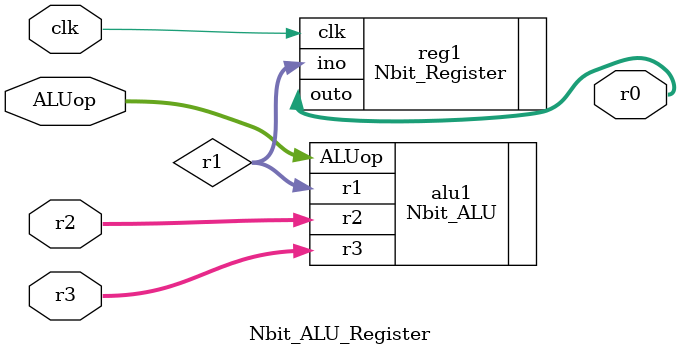
<source format=v>
`timescale 1ns / 1ps


module Nbit_ALU_Register (r2, r3, ALUop, r0, clk);
parameter n = 32;

input[n-1:0] r2, r3;
input[2:0] ALUop;
input clk;
output [n-1:0] r0;

wire[n-1:0] r1;
// put ALU and store in register together
Nbit_ALU #(n) alu1 (.r1(r1), .r2(r2), .r3(r3), .ALUop(ALUop) );
Nbit_Register #(n) reg1 (.outo(r0), .ino(r1), .clk(clk) );





endmodule

</source>
